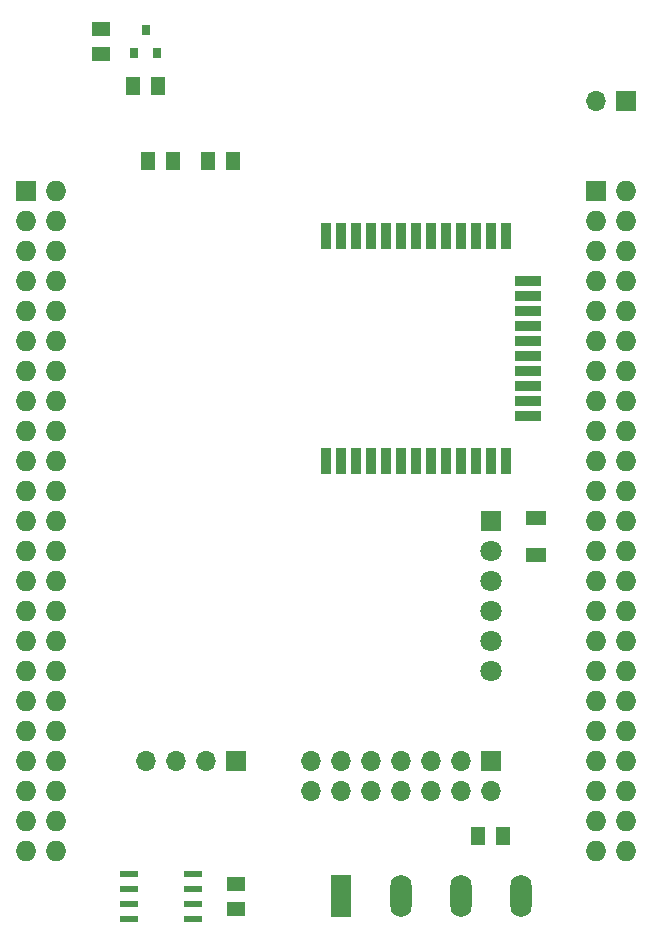
<source format=gts>
G04 #@! TF.GenerationSoftware,KiCad,Pcbnew,5.0.0-rc1-44a33f2~62~ubuntu16.04.1*
G04 #@! TF.CreationDate,2018-04-01T18:34:43+03:00*
G04 #@! TF.ProjectId,BeagleBone-Black-Cape,426561676C65426F6E652D426C61636B,rev?*
G04 #@! TF.SameCoordinates,Original*
G04 #@! TF.FileFunction,Soldermask,Top*
G04 #@! TF.FilePolarity,Negative*
%FSLAX46Y46*%
G04 Gerber Fmt 4.6, Leading zero omitted, Abs format (unit mm)*
G04 Created by KiCad (PCBNEW 5.0.0-rc1-44a33f2~62~ubuntu16.04.1) date Sun Apr  1 18:34:43 2018*
%MOMM*%
%LPD*%
G01*
G04 APERTURE LIST*
%ADD10R,1.727200X1.727200*%
%ADD11O,1.727200X1.727200*%
%ADD12R,1.800000X1.245000*%
%ADD13R,1.500000X1.145000*%
%ADD14R,1.700000X1.700000*%
%ADD15O,1.700000X1.700000*%
%ADD16R,1.800000X3.600000*%
%ADD17O,1.800000X3.600000*%
%ADD18R,1.800000X1.800000*%
%ADD19C,1.800000*%
%ADD20R,0.800000X0.900000*%
%ADD21R,1.145000X1.500000*%
%ADD22R,1.550000X0.600000*%
%ADD23R,0.812800X2.181860*%
%ADD24R,2.181860X0.812800*%
G04 APERTURE END LIST*
D10*
X164630100Y-62382400D03*
D11*
X167170100Y-62382400D03*
X164630100Y-64922400D03*
X167170100Y-64922400D03*
X164630100Y-67462400D03*
X167170100Y-67462400D03*
X164630100Y-70002400D03*
X167170100Y-70002400D03*
X164630100Y-72542400D03*
X167170100Y-72542400D03*
X164630100Y-75082400D03*
X167170100Y-75082400D03*
X164630100Y-77622400D03*
X167170100Y-77622400D03*
X164630100Y-80162400D03*
X167170100Y-80162400D03*
X164630100Y-82702400D03*
X167170100Y-82702400D03*
X164630100Y-85242400D03*
X167170100Y-85242400D03*
X164630100Y-87782400D03*
X167170100Y-87782400D03*
X164630100Y-90322400D03*
X167170100Y-90322400D03*
X164630100Y-92862400D03*
X167170100Y-92862400D03*
X164630100Y-95402400D03*
X167170100Y-95402400D03*
X164630100Y-97942400D03*
X167170100Y-97942400D03*
X164630100Y-100482400D03*
X167170100Y-100482400D03*
X164630100Y-103022400D03*
X167170100Y-103022400D03*
X164630100Y-105562400D03*
X167170100Y-105562400D03*
X164630100Y-108102400D03*
X167170100Y-108102400D03*
X164630100Y-110642400D03*
X167170100Y-110642400D03*
X164630100Y-113182400D03*
X167170100Y-113182400D03*
X164630100Y-115722400D03*
X167170100Y-115722400D03*
X164630100Y-118262400D03*
X167170100Y-118262400D03*
D10*
X116370100Y-62382400D03*
D11*
X118910100Y-62382400D03*
X116370100Y-64922400D03*
X118910100Y-64922400D03*
X116370100Y-67462400D03*
X118910100Y-67462400D03*
X116370100Y-70002400D03*
X118910100Y-70002400D03*
X116370100Y-72542400D03*
X118910100Y-72542400D03*
X116370100Y-75082400D03*
X118910100Y-75082400D03*
X116370100Y-77622400D03*
X118910100Y-77622400D03*
X116370100Y-80162400D03*
X118910100Y-80162400D03*
X116370100Y-82702400D03*
X118910100Y-82702400D03*
X116370100Y-85242400D03*
X118910100Y-85242400D03*
X116370100Y-87782400D03*
X118910100Y-87782400D03*
X116370100Y-90322400D03*
X118910100Y-90322400D03*
X116370100Y-92862400D03*
X118910100Y-92862400D03*
X116370100Y-95402400D03*
X118910100Y-95402400D03*
X116370100Y-97942400D03*
X118910100Y-97942400D03*
X116370100Y-100482400D03*
X118910100Y-100482400D03*
X116370100Y-103022400D03*
X118910100Y-103022400D03*
X116370100Y-105562400D03*
X118910100Y-105562400D03*
X116370100Y-108102400D03*
X118910100Y-108102400D03*
X116370100Y-110642400D03*
X118910100Y-110642400D03*
X116370100Y-113182400D03*
X118910100Y-113182400D03*
X116370100Y-115722400D03*
X118910100Y-115722400D03*
X116370100Y-118262400D03*
X118910100Y-118262400D03*
D12*
X159550100Y-89999900D03*
X159550100Y-93184900D03*
D13*
X134150100Y-121029900D03*
X134150100Y-123114900D03*
D14*
X155740100Y-110642400D03*
D15*
X155740100Y-113182400D03*
X153200100Y-110642400D03*
X153200100Y-113182400D03*
X150660100Y-110642400D03*
X150660100Y-113182400D03*
X148120100Y-110642400D03*
X148120100Y-113182400D03*
X145580100Y-110642400D03*
X145580100Y-113182400D03*
X143040100Y-110642400D03*
X143040100Y-113182400D03*
X140500100Y-110642400D03*
X140500100Y-113182400D03*
D16*
X143040100Y-122072400D03*
D17*
X148120100Y-122072400D03*
X153200100Y-122072400D03*
X158280100Y-122072400D03*
D14*
X167170100Y-54762400D03*
D15*
X164630100Y-54762400D03*
D14*
X134150100Y-110642400D03*
D15*
X131610100Y-110642400D03*
X129070100Y-110642400D03*
X126530100Y-110642400D03*
D18*
X155740100Y-90322400D03*
D19*
X155740100Y-92862400D03*
X155740100Y-95402400D03*
X155740100Y-97942400D03*
X155740100Y-100482400D03*
X155740100Y-103022400D03*
D20*
X125580100Y-50682400D03*
X127480100Y-50682400D03*
X126530100Y-48682400D03*
D21*
X125487600Y-53492400D03*
X127572600Y-53492400D03*
X126757600Y-59842400D03*
X128842600Y-59842400D03*
X131837600Y-59842400D03*
X133922600Y-59842400D03*
D13*
X122720100Y-50724900D03*
X122720100Y-48639900D03*
D21*
X154697600Y-116992400D03*
X156782600Y-116992400D03*
D22*
X125100100Y-120167400D03*
X125100100Y-121437400D03*
X125100100Y-122707400D03*
X125100100Y-123977400D03*
X130500100Y-123977400D03*
X130500100Y-122707400D03*
X130500100Y-121437400D03*
X130500100Y-120167400D03*
D23*
X141770100Y-85242400D03*
X143040100Y-85242400D03*
X144310100Y-85242400D03*
X145580100Y-85242400D03*
X146850100Y-85242400D03*
X148120100Y-85242400D03*
X149390100Y-85242400D03*
X150660100Y-85242400D03*
X151930100Y-85242400D03*
X153200100Y-85242400D03*
X154470100Y-85242400D03*
X155740100Y-85242400D03*
X157010100Y-85242400D03*
D24*
X158915100Y-81432400D03*
X158915100Y-80162400D03*
X158915100Y-78892400D03*
X158915100Y-77622400D03*
X158915100Y-76352400D03*
X158915100Y-75082400D03*
X158915100Y-73812400D03*
X158915100Y-72542400D03*
X158915100Y-71272400D03*
X158915100Y-70002400D03*
D23*
X157010100Y-66192400D03*
X155740100Y-66192400D03*
X154470100Y-66192400D03*
X153200100Y-66192400D03*
X151930100Y-66192400D03*
X150660100Y-66192400D03*
X149390100Y-66192400D03*
X148120100Y-66192400D03*
X146850100Y-66192400D03*
X145580100Y-66192400D03*
X144310100Y-66192400D03*
X143040100Y-66192400D03*
X141770100Y-66192400D03*
M02*

</source>
